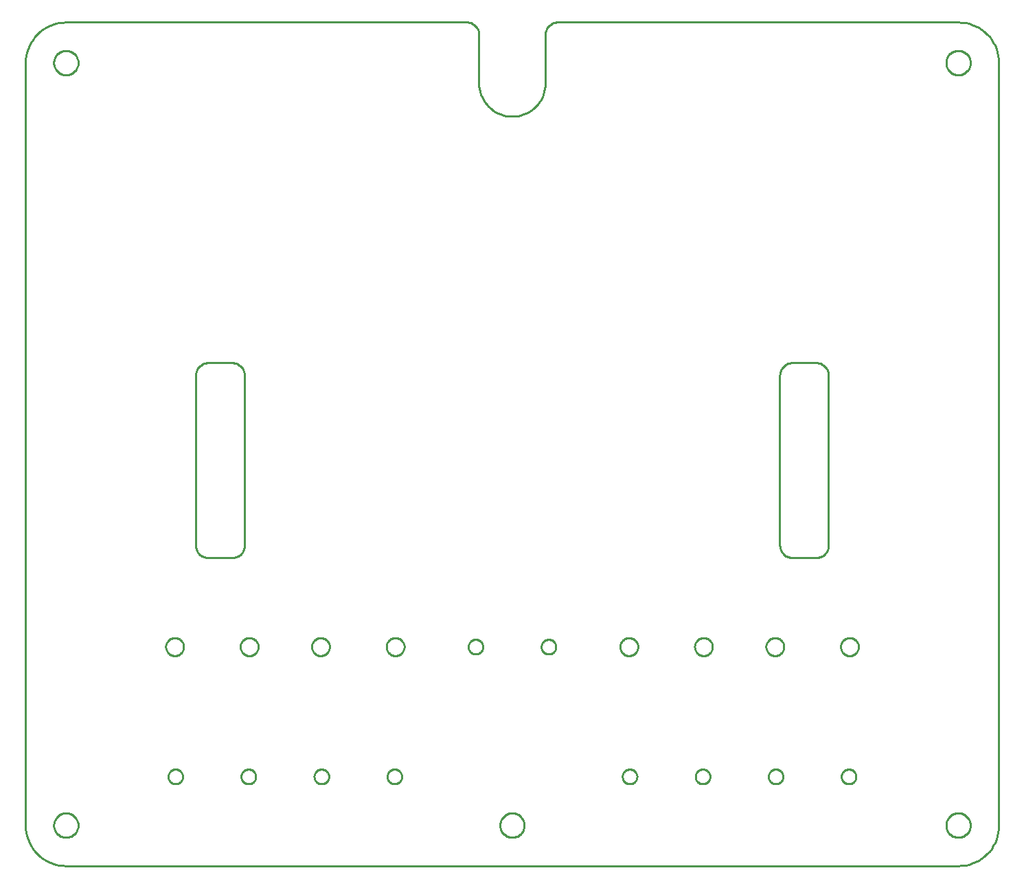
<source format=gbr>
G04 EAGLE Gerber RS-274X export*
G75*
%MOMM*%
%FSLAX34Y34*%
%LPD*%
%IN*%
%IPPOS*%
%AMOC8*
5,1,8,0,0,1.08239X$1,22.5*%
G01*
%ADD10C,0.254000*%


D10*
X0Y50000D02*
X190Y45642D01*
X760Y41318D01*
X1704Y37059D01*
X3015Y32899D01*
X4685Y28869D01*
X6699Y25000D01*
X9042Y21321D01*
X11698Y17861D01*
X14645Y14645D01*
X17861Y11698D01*
X21321Y9042D01*
X25000Y6699D01*
X28869Y4685D01*
X32899Y3015D01*
X37059Y1704D01*
X41318Y760D01*
X45642Y190D01*
X50000Y0D01*
X1150000Y0D01*
X1154358Y190D01*
X1158682Y760D01*
X1162941Y1704D01*
X1167101Y3015D01*
X1171131Y4685D01*
X1175000Y6699D01*
X1178679Y9042D01*
X1182139Y11698D01*
X1185355Y14645D01*
X1188302Y17861D01*
X1190958Y21321D01*
X1193301Y25000D01*
X1195315Y28869D01*
X1196985Y32899D01*
X1198296Y37059D01*
X1199240Y41318D01*
X1199810Y45642D01*
X1200000Y50000D01*
X1200000Y990000D01*
X1199810Y994358D01*
X1199240Y998682D01*
X1198296Y1002941D01*
X1196985Y1007101D01*
X1195315Y1011131D01*
X1193301Y1015000D01*
X1190958Y1018679D01*
X1188302Y1022139D01*
X1185355Y1025355D01*
X1182139Y1028302D01*
X1178679Y1030958D01*
X1175000Y1033301D01*
X1171131Y1035315D01*
X1167101Y1036985D01*
X1162941Y1038296D01*
X1158682Y1039240D01*
X1154358Y1039810D01*
X1150000Y1040000D01*
X656000Y1040000D01*
X654693Y1039943D01*
X653395Y1039772D01*
X652118Y1039489D01*
X650870Y1039095D01*
X649661Y1038595D01*
X648500Y1037990D01*
X647396Y1037287D01*
X646358Y1036491D01*
X645393Y1035607D01*
X644509Y1034642D01*
X643713Y1033604D01*
X643010Y1032500D01*
X642405Y1031339D01*
X641905Y1030130D01*
X641511Y1028882D01*
X641228Y1027605D01*
X641057Y1026307D01*
X641000Y1025000D01*
X641000Y965000D01*
X640844Y961427D01*
X640377Y957880D01*
X639603Y954388D01*
X638527Y950977D01*
X637159Y947673D01*
X635507Y944500D01*
X633585Y941483D01*
X631408Y938646D01*
X628991Y936009D01*
X626354Y933592D01*
X623517Y931415D01*
X620500Y929493D01*
X617327Y927841D01*
X614023Y926473D01*
X610612Y925397D01*
X607120Y924623D01*
X603573Y924156D01*
X600000Y924000D01*
X596427Y924156D01*
X592880Y924623D01*
X589388Y925397D01*
X585977Y926473D01*
X582673Y927841D01*
X579500Y929493D01*
X576483Y931415D01*
X573646Y933592D01*
X571009Y936009D01*
X568592Y938646D01*
X566415Y941483D01*
X564493Y944500D01*
X562841Y947673D01*
X561473Y950977D01*
X560397Y954388D01*
X559623Y957880D01*
X559156Y961427D01*
X559000Y965000D01*
X559000Y1025000D01*
X558943Y1026307D01*
X558772Y1027605D01*
X558489Y1028882D01*
X558095Y1030130D01*
X557595Y1031339D01*
X556990Y1032500D01*
X556287Y1033604D01*
X555491Y1034642D01*
X554607Y1035607D01*
X553642Y1036491D01*
X552604Y1037287D01*
X551500Y1037990D01*
X550339Y1038595D01*
X549130Y1039095D01*
X547882Y1039489D01*
X546605Y1039772D01*
X545307Y1039943D01*
X544000Y1040000D01*
X50000Y1040000D01*
X45642Y1039810D01*
X41318Y1039240D01*
X37059Y1038296D01*
X32899Y1036985D01*
X28869Y1035315D01*
X25000Y1033301D01*
X21321Y1030958D01*
X17861Y1028302D01*
X14645Y1025355D01*
X11698Y1022139D01*
X9042Y1018679D01*
X6699Y1015000D01*
X4685Y1011131D01*
X3015Y1007101D01*
X1704Y1002941D01*
X760Y998682D01*
X190Y994358D01*
X0Y990000D01*
X0Y50000D01*
X210000Y395000D02*
X210057Y393693D01*
X210228Y392395D01*
X210511Y391118D01*
X210905Y389870D01*
X211405Y388661D01*
X212010Y387500D01*
X212713Y386396D01*
X213509Y385358D01*
X214393Y384393D01*
X215358Y383509D01*
X216396Y382713D01*
X217500Y382010D01*
X218661Y381405D01*
X219870Y380905D01*
X221118Y380511D01*
X222395Y380228D01*
X223693Y380057D01*
X225000Y380000D01*
X255000Y380000D01*
X256307Y380057D01*
X257605Y380228D01*
X258882Y380511D01*
X260130Y380905D01*
X261339Y381405D01*
X262500Y382010D01*
X263604Y382713D01*
X264642Y383509D01*
X265607Y384393D01*
X266491Y385358D01*
X267287Y386396D01*
X267990Y387500D01*
X268595Y388661D01*
X269095Y389870D01*
X269489Y391118D01*
X269772Y392395D01*
X269943Y393693D01*
X270000Y395000D01*
X270000Y605000D01*
X269943Y606307D01*
X269772Y607605D01*
X269489Y608882D01*
X269095Y610130D01*
X268595Y611339D01*
X267990Y612500D01*
X267287Y613604D01*
X266491Y614642D01*
X265607Y615607D01*
X264642Y616491D01*
X263604Y617287D01*
X262500Y617990D01*
X261339Y618595D01*
X260130Y619095D01*
X258882Y619489D01*
X257605Y619772D01*
X256307Y619943D01*
X255000Y620000D01*
X225000Y620000D01*
X223693Y619943D01*
X222395Y619772D01*
X221118Y619489D01*
X219870Y619095D01*
X218661Y618595D01*
X217500Y617990D01*
X216396Y617287D01*
X215358Y616491D01*
X214393Y615607D01*
X213509Y614642D01*
X212713Y613604D01*
X212010Y612500D01*
X211405Y611339D01*
X210905Y610130D01*
X210511Y608882D01*
X210228Y607605D01*
X210057Y606307D01*
X210000Y605000D01*
X210000Y395000D01*
X930000Y395000D02*
X930057Y393693D01*
X930228Y392395D01*
X930511Y391118D01*
X930905Y389870D01*
X931405Y388661D01*
X932010Y387500D01*
X932713Y386396D01*
X933509Y385358D01*
X934393Y384393D01*
X935358Y383509D01*
X936396Y382713D01*
X937500Y382010D01*
X938661Y381405D01*
X939870Y380905D01*
X941118Y380511D01*
X942395Y380228D01*
X943693Y380057D01*
X945000Y380000D01*
X975000Y380000D01*
X976307Y380057D01*
X977605Y380228D01*
X978882Y380511D01*
X980130Y380905D01*
X981339Y381405D01*
X982500Y382010D01*
X983604Y382713D01*
X984642Y383509D01*
X985607Y384393D01*
X986491Y385358D01*
X987287Y386396D01*
X987990Y387500D01*
X988595Y388661D01*
X989095Y389870D01*
X989489Y391118D01*
X989772Y392395D01*
X989943Y393693D01*
X990000Y395000D01*
X990000Y605000D01*
X989943Y606307D01*
X989772Y607605D01*
X989489Y608882D01*
X989095Y610130D01*
X988595Y611339D01*
X987990Y612500D01*
X987287Y613604D01*
X986491Y614642D01*
X985607Y615607D01*
X984642Y616491D01*
X983604Y617287D01*
X982500Y617990D01*
X981339Y618595D01*
X980130Y619095D01*
X978882Y619489D01*
X977605Y619772D01*
X976307Y619943D01*
X975000Y620000D01*
X945000Y620000D01*
X943693Y619943D01*
X942395Y619772D01*
X941118Y619489D01*
X939870Y619095D01*
X938661Y618595D01*
X937500Y617990D01*
X936396Y617287D01*
X935358Y616491D01*
X934393Y615607D01*
X933509Y614642D01*
X932713Y613604D01*
X932010Y612500D01*
X931405Y611339D01*
X930905Y610130D01*
X930511Y608882D01*
X930228Y607605D01*
X930057Y606307D01*
X930000Y605000D01*
X930000Y395000D01*
X1165000Y989464D02*
X1164924Y988396D01*
X1164771Y987335D01*
X1164543Y986288D01*
X1164241Y985260D01*
X1163867Y984256D01*
X1163422Y983281D01*
X1162908Y982341D01*
X1162329Y981440D01*
X1161687Y980582D01*
X1160985Y979772D01*
X1160228Y979015D01*
X1159418Y978313D01*
X1158560Y977671D01*
X1157659Y977092D01*
X1156719Y976578D01*
X1155744Y976133D01*
X1154740Y975759D01*
X1153712Y975457D01*
X1152665Y975229D01*
X1151604Y975076D01*
X1150536Y975000D01*
X1149464Y975000D01*
X1148396Y975076D01*
X1147335Y975229D01*
X1146288Y975457D01*
X1145260Y975759D01*
X1144256Y976133D01*
X1143281Y976578D01*
X1142341Y977092D01*
X1141440Y977671D01*
X1140582Y978313D01*
X1139772Y979015D01*
X1139015Y979772D01*
X1138313Y980582D01*
X1137671Y981440D01*
X1137092Y982341D01*
X1136578Y983281D01*
X1136133Y984256D01*
X1135759Y985260D01*
X1135457Y986288D01*
X1135229Y987335D01*
X1135076Y988396D01*
X1135000Y989464D01*
X1135000Y990536D01*
X1135076Y991604D01*
X1135229Y992665D01*
X1135457Y993712D01*
X1135759Y994740D01*
X1136133Y995744D01*
X1136578Y996719D01*
X1137092Y997659D01*
X1137671Y998560D01*
X1138313Y999418D01*
X1139015Y1000228D01*
X1139772Y1000985D01*
X1140582Y1001687D01*
X1141440Y1002329D01*
X1142341Y1002908D01*
X1143281Y1003422D01*
X1144256Y1003867D01*
X1145260Y1004241D01*
X1146288Y1004543D01*
X1147335Y1004771D01*
X1148396Y1004924D01*
X1149464Y1005000D01*
X1150536Y1005000D01*
X1151604Y1004924D01*
X1152665Y1004771D01*
X1153712Y1004543D01*
X1154740Y1004241D01*
X1155744Y1003867D01*
X1156719Y1003422D01*
X1157659Y1002908D01*
X1158560Y1002329D01*
X1159418Y1001687D01*
X1160228Y1000985D01*
X1160985Y1000228D01*
X1161687Y999418D01*
X1162329Y998560D01*
X1162908Y997659D01*
X1163422Y996719D01*
X1163867Y995744D01*
X1164241Y994740D01*
X1164543Y993712D01*
X1164771Y992665D01*
X1164924Y991604D01*
X1165000Y990536D01*
X1165000Y989464D01*
X1165000Y49464D02*
X1164924Y48396D01*
X1164771Y47335D01*
X1164543Y46288D01*
X1164241Y45260D01*
X1163867Y44256D01*
X1163422Y43281D01*
X1162908Y42341D01*
X1162329Y41440D01*
X1161687Y40582D01*
X1160985Y39772D01*
X1160228Y39015D01*
X1159418Y38313D01*
X1158560Y37671D01*
X1157659Y37092D01*
X1156719Y36578D01*
X1155744Y36133D01*
X1154740Y35759D01*
X1153712Y35457D01*
X1152665Y35229D01*
X1151604Y35076D01*
X1150536Y35000D01*
X1149464Y35000D01*
X1148396Y35076D01*
X1147335Y35229D01*
X1146288Y35457D01*
X1145260Y35759D01*
X1144256Y36133D01*
X1143281Y36578D01*
X1142341Y37092D01*
X1141440Y37671D01*
X1140582Y38313D01*
X1139772Y39015D01*
X1139015Y39772D01*
X1138313Y40582D01*
X1137671Y41440D01*
X1137092Y42341D01*
X1136578Y43281D01*
X1136133Y44256D01*
X1135759Y45260D01*
X1135457Y46288D01*
X1135229Y47335D01*
X1135076Y48396D01*
X1135000Y49464D01*
X1135000Y50536D01*
X1135076Y51604D01*
X1135229Y52665D01*
X1135457Y53712D01*
X1135759Y54740D01*
X1136133Y55744D01*
X1136578Y56719D01*
X1137092Y57659D01*
X1137671Y58560D01*
X1138313Y59418D01*
X1139015Y60228D01*
X1139772Y60985D01*
X1140582Y61687D01*
X1141440Y62329D01*
X1142341Y62908D01*
X1143281Y63422D01*
X1144256Y63867D01*
X1145260Y64241D01*
X1146288Y64543D01*
X1147335Y64771D01*
X1148396Y64924D01*
X1149464Y65000D01*
X1150536Y65000D01*
X1151604Y64924D01*
X1152665Y64771D01*
X1153712Y64543D01*
X1154740Y64241D01*
X1155744Y63867D01*
X1156719Y63422D01*
X1157659Y62908D01*
X1158560Y62329D01*
X1159418Y61687D01*
X1160228Y60985D01*
X1160985Y60228D01*
X1161687Y59418D01*
X1162329Y58560D01*
X1162908Y57659D01*
X1163422Y56719D01*
X1163867Y55744D01*
X1164241Y54740D01*
X1164543Y53712D01*
X1164771Y52665D01*
X1164924Y51604D01*
X1165000Y50536D01*
X1165000Y49464D01*
X65000Y49464D02*
X64924Y48396D01*
X64771Y47335D01*
X64543Y46288D01*
X64241Y45260D01*
X63867Y44256D01*
X63422Y43281D01*
X62908Y42341D01*
X62329Y41440D01*
X61687Y40582D01*
X60985Y39772D01*
X60228Y39015D01*
X59418Y38313D01*
X58560Y37671D01*
X57659Y37092D01*
X56719Y36578D01*
X55744Y36133D01*
X54740Y35759D01*
X53712Y35457D01*
X52665Y35229D01*
X51604Y35076D01*
X50536Y35000D01*
X49464Y35000D01*
X48396Y35076D01*
X47335Y35229D01*
X46288Y35457D01*
X45260Y35759D01*
X44256Y36133D01*
X43281Y36578D01*
X42341Y37092D01*
X41440Y37671D01*
X40582Y38313D01*
X39772Y39015D01*
X39015Y39772D01*
X38313Y40582D01*
X37671Y41440D01*
X37092Y42341D01*
X36578Y43281D01*
X36133Y44256D01*
X35759Y45260D01*
X35457Y46288D01*
X35229Y47335D01*
X35076Y48396D01*
X35000Y49464D01*
X35000Y50536D01*
X35076Y51604D01*
X35229Y52665D01*
X35457Y53712D01*
X35759Y54740D01*
X36133Y55744D01*
X36578Y56719D01*
X37092Y57659D01*
X37671Y58560D01*
X38313Y59418D01*
X39015Y60228D01*
X39772Y60985D01*
X40582Y61687D01*
X41440Y62329D01*
X42341Y62908D01*
X43281Y63422D01*
X44256Y63867D01*
X45260Y64241D01*
X46288Y64543D01*
X47335Y64771D01*
X48396Y64924D01*
X49464Y65000D01*
X50536Y65000D01*
X51604Y64924D01*
X52665Y64771D01*
X53712Y64543D01*
X54740Y64241D01*
X55744Y63867D01*
X56719Y63422D01*
X57659Y62908D01*
X58560Y62329D01*
X59418Y61687D01*
X60228Y60985D01*
X60985Y60228D01*
X61687Y59418D01*
X62329Y58560D01*
X62908Y57659D01*
X63422Y56719D01*
X63867Y55744D01*
X64241Y54740D01*
X64543Y53712D01*
X64771Y52665D01*
X64924Y51604D01*
X65000Y50536D01*
X65000Y49464D01*
X65000Y989464D02*
X64924Y988396D01*
X64771Y987335D01*
X64543Y986288D01*
X64241Y985260D01*
X63867Y984256D01*
X63422Y983281D01*
X62908Y982341D01*
X62329Y981440D01*
X61687Y980582D01*
X60985Y979772D01*
X60228Y979015D01*
X59418Y978313D01*
X58560Y977671D01*
X57659Y977092D01*
X56719Y976578D01*
X55744Y976133D01*
X54740Y975759D01*
X53712Y975457D01*
X52665Y975229D01*
X51604Y975076D01*
X50536Y975000D01*
X49464Y975000D01*
X48396Y975076D01*
X47335Y975229D01*
X46288Y975457D01*
X45260Y975759D01*
X44256Y976133D01*
X43281Y976578D01*
X42341Y977092D01*
X41440Y977671D01*
X40582Y978313D01*
X39772Y979015D01*
X39015Y979772D01*
X38313Y980582D01*
X37671Y981440D01*
X37092Y982341D01*
X36578Y983281D01*
X36133Y984256D01*
X35759Y985260D01*
X35457Y986288D01*
X35229Y987335D01*
X35076Y988396D01*
X35000Y989464D01*
X35000Y990536D01*
X35076Y991604D01*
X35229Y992665D01*
X35457Y993712D01*
X35759Y994740D01*
X36133Y995744D01*
X36578Y996719D01*
X37092Y997659D01*
X37671Y998560D01*
X38313Y999418D01*
X39015Y1000228D01*
X39772Y1000985D01*
X40582Y1001687D01*
X41440Y1002329D01*
X42341Y1002908D01*
X43281Y1003422D01*
X44256Y1003867D01*
X45260Y1004241D01*
X46288Y1004543D01*
X47335Y1004771D01*
X48396Y1004924D01*
X49464Y1005000D01*
X50536Y1005000D01*
X51604Y1004924D01*
X52665Y1004771D01*
X53712Y1004543D01*
X54740Y1004241D01*
X55744Y1003867D01*
X56719Y1003422D01*
X57659Y1002908D01*
X58560Y1002329D01*
X59418Y1001687D01*
X60228Y1000985D01*
X60985Y1000228D01*
X61687Y999418D01*
X62329Y998560D01*
X62908Y997659D01*
X63422Y996719D01*
X63867Y995744D01*
X64241Y994740D01*
X64543Y993712D01*
X64771Y992665D01*
X64924Y991604D01*
X65000Y990536D01*
X65000Y989464D01*
X615000Y49464D02*
X614924Y48396D01*
X614771Y47335D01*
X614543Y46288D01*
X614241Y45260D01*
X613867Y44256D01*
X613422Y43281D01*
X612908Y42341D01*
X612329Y41440D01*
X611687Y40582D01*
X610985Y39772D01*
X610228Y39015D01*
X609418Y38313D01*
X608560Y37671D01*
X607659Y37092D01*
X606719Y36578D01*
X605744Y36133D01*
X604740Y35759D01*
X603712Y35457D01*
X602665Y35229D01*
X601604Y35076D01*
X600536Y35000D01*
X599464Y35000D01*
X598396Y35076D01*
X597335Y35229D01*
X596288Y35457D01*
X595260Y35759D01*
X594256Y36133D01*
X593281Y36578D01*
X592341Y37092D01*
X591440Y37671D01*
X590582Y38313D01*
X589772Y39015D01*
X589015Y39772D01*
X588313Y40582D01*
X587671Y41440D01*
X587092Y42341D01*
X586578Y43281D01*
X586133Y44256D01*
X585759Y45260D01*
X585457Y46288D01*
X585229Y47335D01*
X585076Y48396D01*
X585000Y49464D01*
X585000Y50536D01*
X585076Y51604D01*
X585229Y52665D01*
X585457Y53712D01*
X585759Y54740D01*
X586133Y55744D01*
X586578Y56719D01*
X587092Y57659D01*
X587671Y58560D01*
X588313Y59418D01*
X589015Y60228D01*
X589772Y60985D01*
X590582Y61687D01*
X591440Y62329D01*
X592341Y62908D01*
X593281Y63422D01*
X594256Y63867D01*
X595260Y64241D01*
X596288Y64543D01*
X597335Y64771D01*
X598396Y64924D01*
X599464Y65000D01*
X600536Y65000D01*
X601604Y64924D01*
X602665Y64771D01*
X603712Y64543D01*
X604740Y64241D01*
X605744Y63867D01*
X606719Y63422D01*
X607659Y62908D01*
X608560Y62329D01*
X609418Y61687D01*
X610228Y60985D01*
X610985Y60228D01*
X611687Y59418D01*
X612329Y58560D01*
X612908Y57659D01*
X613422Y56719D01*
X613867Y55744D01*
X614241Y54740D01*
X614543Y53712D01*
X614771Y52665D01*
X614924Y51604D01*
X615000Y50536D01*
X615000Y49464D01*
X825000Y270432D02*
X825068Y271294D01*
X825203Y272148D01*
X825405Y272988D01*
X825672Y273810D01*
X826003Y274609D01*
X826395Y275379D01*
X826847Y276116D01*
X827355Y276815D01*
X827916Y277473D01*
X828527Y278084D01*
X829185Y278645D01*
X829884Y279153D01*
X830621Y279605D01*
X831391Y279997D01*
X832190Y280328D01*
X833012Y280595D01*
X833852Y280797D01*
X834706Y280932D01*
X835568Y281000D01*
X836432Y281000D01*
X837294Y280932D01*
X838148Y280797D01*
X838988Y280595D01*
X839810Y280328D01*
X840609Y279997D01*
X841379Y279605D01*
X842116Y279153D01*
X842815Y278645D01*
X843473Y278084D01*
X844084Y277473D01*
X844645Y276815D01*
X845153Y276116D01*
X845605Y275379D01*
X845997Y274609D01*
X846328Y273810D01*
X846595Y272988D01*
X846797Y272148D01*
X846932Y271294D01*
X847000Y270432D01*
X847000Y269568D01*
X846932Y268706D01*
X846797Y267852D01*
X846595Y267012D01*
X846328Y266190D01*
X845997Y265391D01*
X845605Y264621D01*
X845153Y263884D01*
X844645Y263185D01*
X844084Y262527D01*
X843473Y261916D01*
X842815Y261355D01*
X842116Y260847D01*
X841379Y260395D01*
X840609Y260003D01*
X839810Y259672D01*
X838988Y259405D01*
X838148Y259203D01*
X837294Y259068D01*
X836432Y259000D01*
X835568Y259000D01*
X834706Y259068D01*
X833852Y259203D01*
X833012Y259405D01*
X832190Y259672D01*
X831391Y260003D01*
X830621Y260395D01*
X829884Y260847D01*
X829185Y261355D01*
X828527Y261916D01*
X827916Y262527D01*
X827355Y263185D01*
X826847Y263884D01*
X826395Y264621D01*
X826003Y265391D01*
X825672Y266190D01*
X825405Y267012D01*
X825203Y267852D01*
X825068Y268706D01*
X825000Y269568D01*
X825000Y270432D01*
X733000Y270432D02*
X733068Y271294D01*
X733203Y272148D01*
X733405Y272988D01*
X733672Y273810D01*
X734003Y274609D01*
X734395Y275379D01*
X734847Y276116D01*
X735355Y276815D01*
X735916Y277473D01*
X736527Y278084D01*
X737185Y278645D01*
X737884Y279153D01*
X738621Y279605D01*
X739391Y279997D01*
X740190Y280328D01*
X741012Y280595D01*
X741852Y280797D01*
X742706Y280932D01*
X743568Y281000D01*
X744432Y281000D01*
X745294Y280932D01*
X746148Y280797D01*
X746988Y280595D01*
X747810Y280328D01*
X748609Y279997D01*
X749379Y279605D01*
X750116Y279153D01*
X750815Y278645D01*
X751473Y278084D01*
X752084Y277473D01*
X752645Y276815D01*
X753153Y276116D01*
X753605Y275379D01*
X753997Y274609D01*
X754328Y273810D01*
X754595Y272988D01*
X754797Y272148D01*
X754932Y271294D01*
X755000Y270432D01*
X755000Y269568D01*
X754932Y268706D01*
X754797Y267852D01*
X754595Y267012D01*
X754328Y266190D01*
X753997Y265391D01*
X753605Y264621D01*
X753153Y263884D01*
X752645Y263185D01*
X752084Y262527D01*
X751473Y261916D01*
X750815Y261355D01*
X750116Y260847D01*
X749379Y260395D01*
X748609Y260003D01*
X747810Y259672D01*
X746988Y259405D01*
X746148Y259203D01*
X745294Y259068D01*
X744432Y259000D01*
X743568Y259000D01*
X742706Y259068D01*
X741852Y259203D01*
X741012Y259405D01*
X740190Y259672D01*
X739391Y260003D01*
X738621Y260395D01*
X737884Y260847D01*
X737185Y261355D01*
X736527Y261916D01*
X735916Y262527D01*
X735355Y263185D01*
X734847Y263884D01*
X734395Y264621D01*
X734003Y265391D01*
X733672Y266190D01*
X733405Y267012D01*
X733203Y267852D01*
X733068Y268706D01*
X733000Y269568D01*
X733000Y270432D01*
X1005000Y270432D02*
X1005068Y271294D01*
X1005203Y272148D01*
X1005405Y272988D01*
X1005672Y273810D01*
X1006003Y274609D01*
X1006395Y275379D01*
X1006847Y276116D01*
X1007355Y276815D01*
X1007916Y277473D01*
X1008527Y278084D01*
X1009185Y278645D01*
X1009884Y279153D01*
X1010621Y279605D01*
X1011391Y279997D01*
X1012190Y280328D01*
X1013012Y280595D01*
X1013852Y280797D01*
X1014706Y280932D01*
X1015568Y281000D01*
X1016432Y281000D01*
X1017294Y280932D01*
X1018148Y280797D01*
X1018988Y280595D01*
X1019810Y280328D01*
X1020609Y279997D01*
X1021379Y279605D01*
X1022116Y279153D01*
X1022815Y278645D01*
X1023473Y278084D01*
X1024084Y277473D01*
X1024645Y276815D01*
X1025153Y276116D01*
X1025605Y275379D01*
X1025997Y274609D01*
X1026328Y273810D01*
X1026595Y272988D01*
X1026797Y272148D01*
X1026932Y271294D01*
X1027000Y270432D01*
X1027000Y269568D01*
X1026932Y268706D01*
X1026797Y267852D01*
X1026595Y267012D01*
X1026328Y266190D01*
X1025997Y265391D01*
X1025605Y264621D01*
X1025153Y263884D01*
X1024645Y263185D01*
X1024084Y262527D01*
X1023473Y261916D01*
X1022815Y261355D01*
X1022116Y260847D01*
X1021379Y260395D01*
X1020609Y260003D01*
X1019810Y259672D01*
X1018988Y259405D01*
X1018148Y259203D01*
X1017294Y259068D01*
X1016432Y259000D01*
X1015568Y259000D01*
X1014706Y259068D01*
X1013852Y259203D01*
X1013012Y259405D01*
X1012190Y259672D01*
X1011391Y260003D01*
X1010621Y260395D01*
X1009884Y260847D01*
X1009185Y261355D01*
X1008527Y261916D01*
X1007916Y262527D01*
X1007355Y263185D01*
X1006847Y263884D01*
X1006395Y264621D01*
X1006003Y265391D01*
X1005672Y266190D01*
X1005405Y267012D01*
X1005203Y267852D01*
X1005068Y268706D01*
X1005000Y269568D01*
X1005000Y270432D01*
X913000Y270432D02*
X913068Y271294D01*
X913203Y272148D01*
X913405Y272988D01*
X913672Y273810D01*
X914003Y274609D01*
X914395Y275379D01*
X914847Y276116D01*
X915355Y276815D01*
X915916Y277473D01*
X916527Y278084D01*
X917185Y278645D01*
X917884Y279153D01*
X918621Y279605D01*
X919391Y279997D01*
X920190Y280328D01*
X921012Y280595D01*
X921852Y280797D01*
X922706Y280932D01*
X923568Y281000D01*
X924432Y281000D01*
X925294Y280932D01*
X926148Y280797D01*
X926988Y280595D01*
X927810Y280328D01*
X928609Y279997D01*
X929379Y279605D01*
X930116Y279153D01*
X930815Y278645D01*
X931473Y278084D01*
X932084Y277473D01*
X932645Y276815D01*
X933153Y276116D01*
X933605Y275379D01*
X933997Y274609D01*
X934328Y273810D01*
X934595Y272988D01*
X934797Y272148D01*
X934932Y271294D01*
X935000Y270432D01*
X935000Y269568D01*
X934932Y268706D01*
X934797Y267852D01*
X934595Y267012D01*
X934328Y266190D01*
X933997Y265391D01*
X933605Y264621D01*
X933153Y263884D01*
X932645Y263185D01*
X932084Y262527D01*
X931473Y261916D01*
X930815Y261355D01*
X930116Y260847D01*
X929379Y260395D01*
X928609Y260003D01*
X927810Y259672D01*
X926988Y259405D01*
X926148Y259203D01*
X925294Y259068D01*
X924432Y259000D01*
X923568Y259000D01*
X922706Y259068D01*
X921852Y259203D01*
X921012Y259405D01*
X920190Y259672D01*
X919391Y260003D01*
X918621Y260395D01*
X917884Y260847D01*
X917185Y261355D01*
X916527Y261916D01*
X915916Y262527D01*
X915355Y263185D01*
X914847Y263884D01*
X914395Y264621D01*
X914003Y265391D01*
X913672Y266190D01*
X913405Y267012D01*
X913203Y267852D01*
X913068Y268706D01*
X913000Y269568D01*
X913000Y270432D01*
X265000Y270432D02*
X265068Y271294D01*
X265203Y272148D01*
X265405Y272988D01*
X265672Y273810D01*
X266003Y274609D01*
X266395Y275379D01*
X266847Y276116D01*
X267355Y276815D01*
X267916Y277473D01*
X268527Y278084D01*
X269185Y278645D01*
X269884Y279153D01*
X270621Y279605D01*
X271391Y279997D01*
X272190Y280328D01*
X273012Y280595D01*
X273852Y280797D01*
X274706Y280932D01*
X275568Y281000D01*
X276432Y281000D01*
X277294Y280932D01*
X278148Y280797D01*
X278988Y280595D01*
X279810Y280328D01*
X280609Y279997D01*
X281379Y279605D01*
X282116Y279153D01*
X282815Y278645D01*
X283473Y278084D01*
X284084Y277473D01*
X284645Y276815D01*
X285153Y276116D01*
X285605Y275379D01*
X285997Y274609D01*
X286328Y273810D01*
X286595Y272988D01*
X286797Y272148D01*
X286932Y271294D01*
X287000Y270432D01*
X287000Y269568D01*
X286932Y268706D01*
X286797Y267852D01*
X286595Y267012D01*
X286328Y266190D01*
X285997Y265391D01*
X285605Y264621D01*
X285153Y263884D01*
X284645Y263185D01*
X284084Y262527D01*
X283473Y261916D01*
X282815Y261355D01*
X282116Y260847D01*
X281379Y260395D01*
X280609Y260003D01*
X279810Y259672D01*
X278988Y259405D01*
X278148Y259203D01*
X277294Y259068D01*
X276432Y259000D01*
X275568Y259000D01*
X274706Y259068D01*
X273852Y259203D01*
X273012Y259405D01*
X272190Y259672D01*
X271391Y260003D01*
X270621Y260395D01*
X269884Y260847D01*
X269185Y261355D01*
X268527Y261916D01*
X267916Y262527D01*
X267355Y263185D01*
X266847Y263884D01*
X266395Y264621D01*
X266003Y265391D01*
X265672Y266190D01*
X265405Y267012D01*
X265203Y267852D01*
X265068Y268706D01*
X265000Y269568D01*
X265000Y270432D01*
X173000Y270432D02*
X173068Y271294D01*
X173203Y272148D01*
X173405Y272988D01*
X173672Y273810D01*
X174003Y274609D01*
X174395Y275379D01*
X174847Y276116D01*
X175355Y276815D01*
X175916Y277473D01*
X176527Y278084D01*
X177185Y278645D01*
X177884Y279153D01*
X178621Y279605D01*
X179391Y279997D01*
X180190Y280328D01*
X181012Y280595D01*
X181852Y280797D01*
X182706Y280932D01*
X183568Y281000D01*
X184432Y281000D01*
X185294Y280932D01*
X186148Y280797D01*
X186988Y280595D01*
X187810Y280328D01*
X188609Y279997D01*
X189379Y279605D01*
X190116Y279153D01*
X190815Y278645D01*
X191473Y278084D01*
X192084Y277473D01*
X192645Y276815D01*
X193153Y276116D01*
X193605Y275379D01*
X193997Y274609D01*
X194328Y273810D01*
X194595Y272988D01*
X194797Y272148D01*
X194932Y271294D01*
X195000Y270432D01*
X195000Y269568D01*
X194932Y268706D01*
X194797Y267852D01*
X194595Y267012D01*
X194328Y266190D01*
X193997Y265391D01*
X193605Y264621D01*
X193153Y263884D01*
X192645Y263185D01*
X192084Y262527D01*
X191473Y261916D01*
X190815Y261355D01*
X190116Y260847D01*
X189379Y260395D01*
X188609Y260003D01*
X187810Y259672D01*
X186988Y259405D01*
X186148Y259203D01*
X185294Y259068D01*
X184432Y259000D01*
X183568Y259000D01*
X182706Y259068D01*
X181852Y259203D01*
X181012Y259405D01*
X180190Y259672D01*
X179391Y260003D01*
X178621Y260395D01*
X177884Y260847D01*
X177185Y261355D01*
X176527Y261916D01*
X175916Y262527D01*
X175355Y263185D01*
X174847Y263884D01*
X174395Y264621D01*
X174003Y265391D01*
X173672Y266190D01*
X173405Y267012D01*
X173203Y267852D01*
X173068Y268706D01*
X173000Y269568D01*
X173000Y270432D01*
X445000Y270432D02*
X445068Y271294D01*
X445203Y272148D01*
X445405Y272988D01*
X445672Y273810D01*
X446003Y274609D01*
X446395Y275379D01*
X446847Y276116D01*
X447355Y276815D01*
X447916Y277473D01*
X448527Y278084D01*
X449185Y278645D01*
X449884Y279153D01*
X450621Y279605D01*
X451391Y279997D01*
X452190Y280328D01*
X453012Y280595D01*
X453852Y280797D01*
X454706Y280932D01*
X455568Y281000D01*
X456432Y281000D01*
X457294Y280932D01*
X458148Y280797D01*
X458988Y280595D01*
X459810Y280328D01*
X460609Y279997D01*
X461379Y279605D01*
X462116Y279153D01*
X462815Y278645D01*
X463473Y278084D01*
X464084Y277473D01*
X464645Y276815D01*
X465153Y276116D01*
X465605Y275379D01*
X465997Y274609D01*
X466328Y273810D01*
X466595Y272988D01*
X466797Y272148D01*
X466932Y271294D01*
X467000Y270432D01*
X467000Y269568D01*
X466932Y268706D01*
X466797Y267852D01*
X466595Y267012D01*
X466328Y266190D01*
X465997Y265391D01*
X465605Y264621D01*
X465153Y263884D01*
X464645Y263185D01*
X464084Y262527D01*
X463473Y261916D01*
X462815Y261355D01*
X462116Y260847D01*
X461379Y260395D01*
X460609Y260003D01*
X459810Y259672D01*
X458988Y259405D01*
X458148Y259203D01*
X457294Y259068D01*
X456432Y259000D01*
X455568Y259000D01*
X454706Y259068D01*
X453852Y259203D01*
X453012Y259405D01*
X452190Y259672D01*
X451391Y260003D01*
X450621Y260395D01*
X449884Y260847D01*
X449185Y261355D01*
X448527Y261916D01*
X447916Y262527D01*
X447355Y263185D01*
X446847Y263884D01*
X446395Y264621D01*
X446003Y265391D01*
X445672Y266190D01*
X445405Y267012D01*
X445203Y267852D01*
X445068Y268706D01*
X445000Y269568D01*
X445000Y270432D01*
X353000Y270432D02*
X353068Y271294D01*
X353203Y272148D01*
X353405Y272988D01*
X353672Y273810D01*
X354003Y274609D01*
X354395Y275379D01*
X354847Y276116D01*
X355355Y276815D01*
X355916Y277473D01*
X356527Y278084D01*
X357185Y278645D01*
X357884Y279153D01*
X358621Y279605D01*
X359391Y279997D01*
X360190Y280328D01*
X361012Y280595D01*
X361852Y280797D01*
X362706Y280932D01*
X363568Y281000D01*
X364432Y281000D01*
X365294Y280932D01*
X366148Y280797D01*
X366988Y280595D01*
X367810Y280328D01*
X368609Y279997D01*
X369379Y279605D01*
X370116Y279153D01*
X370815Y278645D01*
X371473Y278084D01*
X372084Y277473D01*
X372645Y276815D01*
X373153Y276116D01*
X373605Y275379D01*
X373997Y274609D01*
X374328Y273810D01*
X374595Y272988D01*
X374797Y272148D01*
X374932Y271294D01*
X375000Y270432D01*
X375000Y269568D01*
X374932Y268706D01*
X374797Y267852D01*
X374595Y267012D01*
X374328Y266190D01*
X373997Y265391D01*
X373605Y264621D01*
X373153Y263884D01*
X372645Y263185D01*
X372084Y262527D01*
X371473Y261916D01*
X370815Y261355D01*
X370116Y260847D01*
X369379Y260395D01*
X368609Y260003D01*
X367810Y259672D01*
X366988Y259405D01*
X366148Y259203D01*
X365294Y259068D01*
X364432Y259000D01*
X363568Y259000D01*
X362706Y259068D01*
X361852Y259203D01*
X361012Y259405D01*
X360190Y259672D01*
X359391Y260003D01*
X358621Y260395D01*
X357884Y260847D01*
X357185Y261355D01*
X356527Y261916D01*
X355916Y262527D01*
X355355Y263185D01*
X354847Y263884D01*
X354395Y264621D01*
X354003Y265391D01*
X353672Y266190D01*
X353405Y267012D01*
X353203Y267852D01*
X353068Y268706D01*
X353000Y269568D01*
X353000Y270432D01*
X555393Y279000D02*
X556176Y278932D01*
X556950Y278795D01*
X557709Y278592D01*
X558447Y278323D01*
X559160Y277991D01*
X559840Y277598D01*
X560484Y277147D01*
X561086Y276642D01*
X561642Y276086D01*
X562147Y275484D01*
X562598Y274840D01*
X562991Y274160D01*
X563323Y273447D01*
X563592Y272709D01*
X563795Y271950D01*
X563932Y271176D01*
X564000Y270393D01*
X564000Y269607D01*
X563932Y268824D01*
X563795Y268050D01*
X563592Y267291D01*
X563323Y266553D01*
X562991Y265840D01*
X562598Y265160D01*
X562147Y264516D01*
X561642Y263914D01*
X561086Y263358D01*
X560484Y262853D01*
X559840Y262402D01*
X559160Y262009D01*
X558447Y261677D01*
X557709Y261408D01*
X556950Y261205D01*
X556176Y261069D01*
X555393Y261000D01*
X554607Y261000D01*
X553824Y261069D01*
X553050Y261205D01*
X552291Y261408D01*
X551553Y261677D01*
X550840Y262009D01*
X550160Y262402D01*
X549516Y262853D01*
X548914Y263358D01*
X548358Y263914D01*
X547853Y264516D01*
X547402Y265160D01*
X547009Y265840D01*
X546677Y266553D01*
X546408Y267291D01*
X546205Y268050D01*
X546069Y268824D01*
X546000Y269607D01*
X546000Y270393D01*
X546069Y271176D01*
X546205Y271950D01*
X546408Y272709D01*
X546677Y273447D01*
X547009Y274160D01*
X547402Y274840D01*
X547853Y275484D01*
X548358Y276086D01*
X548914Y276642D01*
X549516Y277147D01*
X550160Y277598D01*
X550840Y277991D01*
X551553Y278323D01*
X552291Y278592D01*
X553050Y278795D01*
X553824Y278932D01*
X554607Y279000D01*
X555393Y279000D01*
X645393Y279000D02*
X646176Y278932D01*
X646950Y278795D01*
X647709Y278592D01*
X648447Y278323D01*
X649160Y277991D01*
X649840Y277598D01*
X650484Y277147D01*
X651086Y276642D01*
X651642Y276086D01*
X652147Y275484D01*
X652598Y274840D01*
X652991Y274160D01*
X653323Y273447D01*
X653592Y272709D01*
X653795Y271950D01*
X653932Y271176D01*
X654000Y270393D01*
X654000Y269607D01*
X653932Y268824D01*
X653795Y268050D01*
X653592Y267291D01*
X653323Y266553D01*
X652991Y265840D01*
X652598Y265160D01*
X652147Y264516D01*
X651642Y263914D01*
X651086Y263358D01*
X650484Y262853D01*
X649840Y262402D01*
X649160Y262009D01*
X648447Y261677D01*
X647709Y261408D01*
X646950Y261205D01*
X646176Y261069D01*
X645393Y261000D01*
X644607Y261000D01*
X643824Y261069D01*
X643050Y261205D01*
X642291Y261408D01*
X641553Y261677D01*
X640840Y262009D01*
X640160Y262402D01*
X639516Y262853D01*
X638914Y263358D01*
X638358Y263914D01*
X637853Y264516D01*
X637402Y265160D01*
X637009Y265840D01*
X636677Y266553D01*
X636408Y267291D01*
X636205Y268050D01*
X636069Y268824D01*
X636000Y269607D01*
X636000Y270393D01*
X636069Y271176D01*
X636205Y271950D01*
X636408Y272709D01*
X636677Y273447D01*
X637009Y274160D01*
X637402Y274840D01*
X637853Y275484D01*
X638358Y276086D01*
X638914Y276642D01*
X639516Y277147D01*
X640160Y277598D01*
X640840Y277991D01*
X641553Y278323D01*
X642291Y278592D01*
X643050Y278795D01*
X643824Y278932D01*
X644607Y279000D01*
X645393Y279000D01*
X365393Y119000D02*
X366176Y118932D01*
X366950Y118795D01*
X367709Y118592D01*
X368447Y118323D01*
X369160Y117991D01*
X369840Y117598D01*
X370484Y117147D01*
X371086Y116642D01*
X371642Y116086D01*
X372147Y115484D01*
X372598Y114840D01*
X372991Y114160D01*
X373323Y113447D01*
X373592Y112709D01*
X373795Y111950D01*
X373932Y111176D01*
X374000Y110393D01*
X374000Y109607D01*
X373932Y108824D01*
X373795Y108050D01*
X373592Y107291D01*
X373323Y106553D01*
X372991Y105840D01*
X372598Y105160D01*
X372147Y104516D01*
X371642Y103914D01*
X371086Y103358D01*
X370484Y102853D01*
X369840Y102402D01*
X369160Y102009D01*
X368447Y101677D01*
X367709Y101408D01*
X366950Y101205D01*
X366176Y101069D01*
X365393Y101000D01*
X364607Y101000D01*
X363824Y101069D01*
X363050Y101205D01*
X362291Y101408D01*
X361553Y101677D01*
X360840Y102009D01*
X360160Y102402D01*
X359516Y102853D01*
X358914Y103358D01*
X358358Y103914D01*
X357853Y104516D01*
X357402Y105160D01*
X357009Y105840D01*
X356677Y106553D01*
X356408Y107291D01*
X356205Y108050D01*
X356069Y108824D01*
X356000Y109607D01*
X356000Y110393D01*
X356069Y111176D01*
X356205Y111950D01*
X356408Y112709D01*
X356677Y113447D01*
X357009Y114160D01*
X357402Y114840D01*
X357853Y115484D01*
X358358Y116086D01*
X358914Y116642D01*
X359516Y117147D01*
X360160Y117598D01*
X360840Y117991D01*
X361553Y118323D01*
X362291Y118592D01*
X363050Y118795D01*
X363824Y118932D01*
X364607Y119000D01*
X365393Y119000D01*
X455393Y119000D02*
X456176Y118932D01*
X456950Y118795D01*
X457709Y118592D01*
X458447Y118323D01*
X459160Y117991D01*
X459840Y117598D01*
X460484Y117147D01*
X461086Y116642D01*
X461642Y116086D01*
X462147Y115484D01*
X462598Y114840D01*
X462991Y114160D01*
X463323Y113447D01*
X463592Y112709D01*
X463795Y111950D01*
X463932Y111176D01*
X464000Y110393D01*
X464000Y109607D01*
X463932Y108824D01*
X463795Y108050D01*
X463592Y107291D01*
X463323Y106553D01*
X462991Y105840D01*
X462598Y105160D01*
X462147Y104516D01*
X461642Y103914D01*
X461086Y103358D01*
X460484Y102853D01*
X459840Y102402D01*
X459160Y102009D01*
X458447Y101677D01*
X457709Y101408D01*
X456950Y101205D01*
X456176Y101069D01*
X455393Y101000D01*
X454607Y101000D01*
X453824Y101069D01*
X453050Y101205D01*
X452291Y101408D01*
X451553Y101677D01*
X450840Y102009D01*
X450160Y102402D01*
X449516Y102853D01*
X448914Y103358D01*
X448358Y103914D01*
X447853Y104516D01*
X447402Y105160D01*
X447009Y105840D01*
X446677Y106553D01*
X446408Y107291D01*
X446205Y108050D01*
X446069Y108824D01*
X446000Y109607D01*
X446000Y110393D01*
X446069Y111176D01*
X446205Y111950D01*
X446408Y112709D01*
X446677Y113447D01*
X447009Y114160D01*
X447402Y114840D01*
X447853Y115484D01*
X448358Y116086D01*
X448914Y116642D01*
X449516Y117147D01*
X450160Y117598D01*
X450840Y117991D01*
X451553Y118323D01*
X452291Y118592D01*
X453050Y118795D01*
X453824Y118932D01*
X454607Y119000D01*
X455393Y119000D01*
X925393Y119000D02*
X926176Y118932D01*
X926950Y118795D01*
X927709Y118592D01*
X928447Y118323D01*
X929160Y117991D01*
X929840Y117598D01*
X930484Y117147D01*
X931086Y116642D01*
X931642Y116086D01*
X932147Y115484D01*
X932598Y114840D01*
X932991Y114160D01*
X933323Y113447D01*
X933592Y112709D01*
X933795Y111950D01*
X933932Y111176D01*
X934000Y110393D01*
X934000Y109607D01*
X933932Y108824D01*
X933795Y108050D01*
X933592Y107291D01*
X933323Y106553D01*
X932991Y105840D01*
X932598Y105160D01*
X932147Y104516D01*
X931642Y103914D01*
X931086Y103358D01*
X930484Y102853D01*
X929840Y102402D01*
X929160Y102009D01*
X928447Y101677D01*
X927709Y101408D01*
X926950Y101205D01*
X926176Y101069D01*
X925393Y101000D01*
X924607Y101000D01*
X923824Y101069D01*
X923050Y101205D01*
X922291Y101408D01*
X921553Y101677D01*
X920840Y102009D01*
X920160Y102402D01*
X919516Y102853D01*
X918914Y103358D01*
X918358Y103914D01*
X917853Y104516D01*
X917402Y105160D01*
X917009Y105840D01*
X916677Y106553D01*
X916408Y107291D01*
X916205Y108050D01*
X916069Y108824D01*
X916000Y109607D01*
X916000Y110393D01*
X916069Y111176D01*
X916205Y111950D01*
X916408Y112709D01*
X916677Y113447D01*
X917009Y114160D01*
X917402Y114840D01*
X917853Y115484D01*
X918358Y116086D01*
X918914Y116642D01*
X919516Y117147D01*
X920160Y117598D01*
X920840Y117991D01*
X921553Y118323D01*
X922291Y118592D01*
X923050Y118795D01*
X923824Y118932D01*
X924607Y119000D01*
X925393Y119000D01*
X1015393Y119000D02*
X1016176Y118932D01*
X1016950Y118795D01*
X1017709Y118592D01*
X1018447Y118323D01*
X1019160Y117991D01*
X1019840Y117598D01*
X1020484Y117147D01*
X1021086Y116642D01*
X1021642Y116086D01*
X1022147Y115484D01*
X1022598Y114840D01*
X1022991Y114160D01*
X1023323Y113447D01*
X1023592Y112709D01*
X1023795Y111950D01*
X1023932Y111176D01*
X1024000Y110393D01*
X1024000Y109607D01*
X1023932Y108824D01*
X1023795Y108050D01*
X1023592Y107291D01*
X1023323Y106553D01*
X1022991Y105840D01*
X1022598Y105160D01*
X1022147Y104516D01*
X1021642Y103914D01*
X1021086Y103358D01*
X1020484Y102853D01*
X1019840Y102402D01*
X1019160Y102009D01*
X1018447Y101677D01*
X1017709Y101408D01*
X1016950Y101205D01*
X1016176Y101069D01*
X1015393Y101000D01*
X1014607Y101000D01*
X1013824Y101069D01*
X1013050Y101205D01*
X1012291Y101408D01*
X1011553Y101677D01*
X1010840Y102009D01*
X1010160Y102402D01*
X1009516Y102853D01*
X1008914Y103358D01*
X1008358Y103914D01*
X1007853Y104516D01*
X1007402Y105160D01*
X1007009Y105840D01*
X1006677Y106553D01*
X1006408Y107291D01*
X1006205Y108050D01*
X1006069Y108824D01*
X1006000Y109607D01*
X1006000Y110393D01*
X1006069Y111176D01*
X1006205Y111950D01*
X1006408Y112709D01*
X1006677Y113447D01*
X1007009Y114160D01*
X1007402Y114840D01*
X1007853Y115484D01*
X1008358Y116086D01*
X1008914Y116642D01*
X1009516Y117147D01*
X1010160Y117598D01*
X1010840Y117991D01*
X1011553Y118323D01*
X1012291Y118592D01*
X1013050Y118795D01*
X1013824Y118932D01*
X1014607Y119000D01*
X1015393Y119000D01*
X185393Y119000D02*
X186176Y118932D01*
X186950Y118795D01*
X187709Y118592D01*
X188447Y118323D01*
X189160Y117991D01*
X189840Y117598D01*
X190484Y117147D01*
X191086Y116642D01*
X191642Y116086D01*
X192147Y115484D01*
X192598Y114840D01*
X192991Y114160D01*
X193323Y113447D01*
X193592Y112709D01*
X193795Y111950D01*
X193932Y111176D01*
X194000Y110393D01*
X194000Y109607D01*
X193932Y108824D01*
X193795Y108050D01*
X193592Y107291D01*
X193323Y106553D01*
X192991Y105840D01*
X192598Y105160D01*
X192147Y104516D01*
X191642Y103914D01*
X191086Y103358D01*
X190484Y102853D01*
X189840Y102402D01*
X189160Y102009D01*
X188447Y101677D01*
X187709Y101408D01*
X186950Y101205D01*
X186176Y101069D01*
X185393Y101000D01*
X184607Y101000D01*
X183824Y101069D01*
X183050Y101205D01*
X182291Y101408D01*
X181553Y101677D01*
X180840Y102009D01*
X180160Y102402D01*
X179516Y102853D01*
X178914Y103358D01*
X178358Y103914D01*
X177853Y104516D01*
X177402Y105160D01*
X177009Y105840D01*
X176677Y106553D01*
X176408Y107291D01*
X176205Y108050D01*
X176069Y108824D01*
X176000Y109607D01*
X176000Y110393D01*
X176069Y111176D01*
X176205Y111950D01*
X176408Y112709D01*
X176677Y113447D01*
X177009Y114160D01*
X177402Y114840D01*
X177853Y115484D01*
X178358Y116086D01*
X178914Y116642D01*
X179516Y117147D01*
X180160Y117598D01*
X180840Y117991D01*
X181553Y118323D01*
X182291Y118592D01*
X183050Y118795D01*
X183824Y118932D01*
X184607Y119000D01*
X185393Y119000D01*
X275393Y119000D02*
X276176Y118932D01*
X276950Y118795D01*
X277709Y118592D01*
X278447Y118323D01*
X279160Y117991D01*
X279840Y117598D01*
X280484Y117147D01*
X281086Y116642D01*
X281642Y116086D01*
X282147Y115484D01*
X282598Y114840D01*
X282991Y114160D01*
X283323Y113447D01*
X283592Y112709D01*
X283795Y111950D01*
X283932Y111176D01*
X284000Y110393D01*
X284000Y109607D01*
X283932Y108824D01*
X283795Y108050D01*
X283592Y107291D01*
X283323Y106553D01*
X282991Y105840D01*
X282598Y105160D01*
X282147Y104516D01*
X281642Y103914D01*
X281086Y103358D01*
X280484Y102853D01*
X279840Y102402D01*
X279160Y102009D01*
X278447Y101677D01*
X277709Y101408D01*
X276950Y101205D01*
X276176Y101069D01*
X275393Y101000D01*
X274607Y101000D01*
X273824Y101069D01*
X273050Y101205D01*
X272291Y101408D01*
X271553Y101677D01*
X270840Y102009D01*
X270160Y102402D01*
X269516Y102853D01*
X268914Y103358D01*
X268358Y103914D01*
X267853Y104516D01*
X267402Y105160D01*
X267009Y105840D01*
X266677Y106553D01*
X266408Y107291D01*
X266205Y108050D01*
X266069Y108824D01*
X266000Y109607D01*
X266000Y110393D01*
X266069Y111176D01*
X266205Y111950D01*
X266408Y112709D01*
X266677Y113447D01*
X267009Y114160D01*
X267402Y114840D01*
X267853Y115484D01*
X268358Y116086D01*
X268914Y116642D01*
X269516Y117147D01*
X270160Y117598D01*
X270840Y117991D01*
X271553Y118323D01*
X272291Y118592D01*
X273050Y118795D01*
X273824Y118932D01*
X274607Y119000D01*
X275393Y119000D01*
X745393Y119000D02*
X746176Y118932D01*
X746950Y118795D01*
X747709Y118592D01*
X748447Y118323D01*
X749160Y117991D01*
X749840Y117598D01*
X750484Y117147D01*
X751086Y116642D01*
X751642Y116086D01*
X752147Y115484D01*
X752598Y114840D01*
X752991Y114160D01*
X753323Y113447D01*
X753592Y112709D01*
X753795Y111950D01*
X753932Y111176D01*
X754000Y110393D01*
X754000Y109607D01*
X753932Y108824D01*
X753795Y108050D01*
X753592Y107291D01*
X753323Y106553D01*
X752991Y105840D01*
X752598Y105160D01*
X752147Y104516D01*
X751642Y103914D01*
X751086Y103358D01*
X750484Y102853D01*
X749840Y102402D01*
X749160Y102009D01*
X748447Y101677D01*
X747709Y101408D01*
X746950Y101205D01*
X746176Y101069D01*
X745393Y101000D01*
X744607Y101000D01*
X743824Y101069D01*
X743050Y101205D01*
X742291Y101408D01*
X741553Y101677D01*
X740840Y102009D01*
X740160Y102402D01*
X739516Y102853D01*
X738914Y103358D01*
X738358Y103914D01*
X737853Y104516D01*
X737402Y105160D01*
X737009Y105840D01*
X736677Y106553D01*
X736408Y107291D01*
X736205Y108050D01*
X736069Y108824D01*
X736000Y109607D01*
X736000Y110393D01*
X736069Y111176D01*
X736205Y111950D01*
X736408Y112709D01*
X736677Y113447D01*
X737009Y114160D01*
X737402Y114840D01*
X737853Y115484D01*
X738358Y116086D01*
X738914Y116642D01*
X739516Y117147D01*
X740160Y117598D01*
X740840Y117991D01*
X741553Y118323D01*
X742291Y118592D01*
X743050Y118795D01*
X743824Y118932D01*
X744607Y119000D01*
X745393Y119000D01*
X835393Y119000D02*
X836176Y118932D01*
X836950Y118795D01*
X837709Y118592D01*
X838447Y118323D01*
X839160Y117991D01*
X839840Y117598D01*
X840484Y117147D01*
X841086Y116642D01*
X841642Y116086D01*
X842147Y115484D01*
X842598Y114840D01*
X842991Y114160D01*
X843323Y113447D01*
X843592Y112709D01*
X843795Y111950D01*
X843932Y111176D01*
X844000Y110393D01*
X844000Y109607D01*
X843932Y108824D01*
X843795Y108050D01*
X843592Y107291D01*
X843323Y106553D01*
X842991Y105840D01*
X842598Y105160D01*
X842147Y104516D01*
X841642Y103914D01*
X841086Y103358D01*
X840484Y102853D01*
X839840Y102402D01*
X839160Y102009D01*
X838447Y101677D01*
X837709Y101408D01*
X836950Y101205D01*
X836176Y101069D01*
X835393Y101000D01*
X834607Y101000D01*
X833824Y101069D01*
X833050Y101205D01*
X832291Y101408D01*
X831553Y101677D01*
X830840Y102009D01*
X830160Y102402D01*
X829516Y102853D01*
X828914Y103358D01*
X828358Y103914D01*
X827853Y104516D01*
X827402Y105160D01*
X827009Y105840D01*
X826677Y106553D01*
X826408Y107291D01*
X826205Y108050D01*
X826069Y108824D01*
X826000Y109607D01*
X826000Y110393D01*
X826069Y111176D01*
X826205Y111950D01*
X826408Y112709D01*
X826677Y113447D01*
X827009Y114160D01*
X827402Y114840D01*
X827853Y115484D01*
X828358Y116086D01*
X828914Y116642D01*
X829516Y117147D01*
X830160Y117598D01*
X830840Y117991D01*
X831553Y118323D01*
X832291Y118592D01*
X833050Y118795D01*
X833824Y118932D01*
X834607Y119000D01*
X835393Y119000D01*
M02*

</source>
